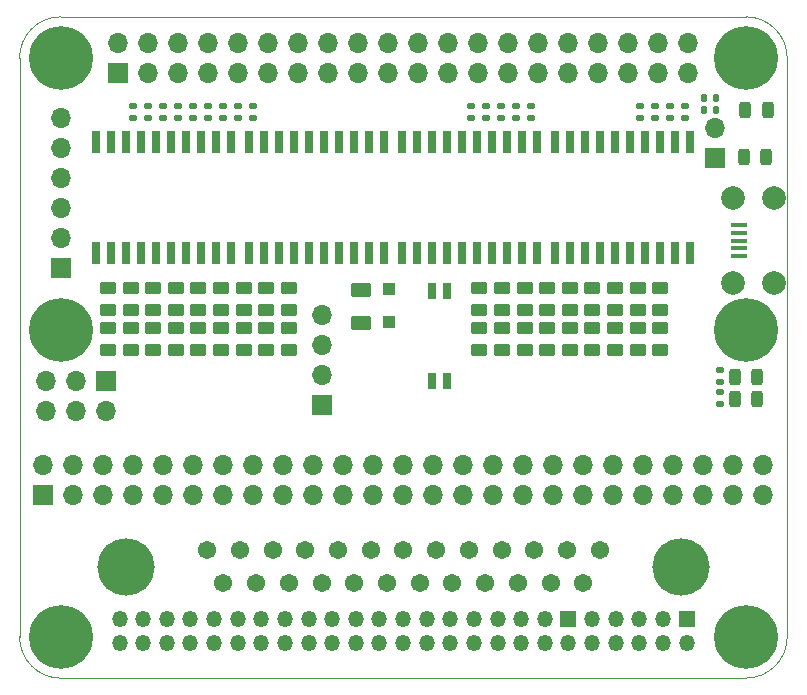
<source format=gts>
G04 #@! TF.GenerationSoftware,KiCad,Pcbnew,(6.0.0-0)*
G04 #@! TF.CreationDate,2022-04-03T23:47:37-05:00*
G04 #@! TF.ProjectId,rascsi_2p6,72617363-7369-45f3-9270-362e6b696361,rev?*
G04 #@! TF.SameCoordinates,Original*
G04 #@! TF.FileFunction,Soldermask,Top*
G04 #@! TF.FilePolarity,Negative*
%FSLAX46Y46*%
G04 Gerber Fmt 4.6, Leading zero omitted, Abs format (unit mm)*
G04 Created by KiCad (PCBNEW (6.0.0-0)) date 2022-04-03 23:47:37*
%MOMM*%
%LPD*%
G01*
G04 APERTURE LIST*
G04 Aperture macros list*
%AMRoundRect*
0 Rectangle with rounded corners*
0 $1 Rounding radius*
0 $2 $3 $4 $5 $6 $7 $8 $9 X,Y pos of 4 corners*
0 Add a 4 corners polygon primitive as box body*
4,1,4,$2,$3,$4,$5,$6,$7,$8,$9,$2,$3,0*
0 Add four circle primitives for the rounded corners*
1,1,$1+$1,$2,$3*
1,1,$1+$1,$4,$5*
1,1,$1+$1,$6,$7*
1,1,$1+$1,$8,$9*
0 Add four rect primitives between the rounded corners*
20,1,$1+$1,$2,$3,$4,$5,0*
20,1,$1+$1,$4,$5,$6,$7,0*
20,1,$1+$1,$6,$7,$8,$9,0*
20,1,$1+$1,$8,$9,$2,$3,0*%
G04 Aperture macros list end*
G04 #@! TA.AperFunction,Profile*
%ADD10C,0.050000*%
G04 #@! TD*
%ADD11R,1.700000X1.700000*%
%ADD12O,1.700000X1.700000*%
%ADD13RoundRect,0.250000X0.450000X-0.262500X0.450000X0.262500X-0.450000X0.262500X-0.450000X-0.262500X0*%
%ADD14RoundRect,0.250000X-0.450000X0.262500X-0.450000X-0.262500X0.450000X-0.262500X0.450000X0.262500X0*%
%ADD15RoundRect,0.243750X0.243750X0.456250X-0.243750X0.456250X-0.243750X-0.456250X0.243750X-0.456250X0*%
%ADD16C,0.800000*%
%ADD17C,5.400000*%
%ADD18RoundRect,0.250000X-0.625000X0.375000X-0.625000X-0.375000X0.625000X-0.375000X0.625000X0.375000X0*%
%ADD19R,0.650000X1.950000*%
%ADD20RoundRect,0.135000X-0.135000X-0.185000X0.135000X-0.185000X0.135000X0.185000X-0.135000X0.185000X0*%
%ADD21RoundRect,0.135000X-0.185000X0.135000X-0.185000X-0.135000X0.185000X-0.135000X0.185000X0.135000X0*%
%ADD22R,0.750000X1.425000*%
%ADD23R,1.100000X1.100000*%
%ADD24R,1.400000X0.400000*%
%ADD25C,2.000000*%
%ADD26R,1.350000X1.350000*%
%ADD27O,1.350000X1.350000*%
%ADD28C,1.545000*%
%ADD29C,4.845000*%
G04 APERTURE END LIST*
D10*
X178000000Y-42500000D02*
X236000000Y-42500000D01*
X178000000Y-98496000D02*
X236000000Y-98496000D01*
X236000000Y-98496000D02*
G75*
G03*
X239500000Y-94996000I1J3499999D01*
G01*
X174500000Y-46000000D02*
X174500000Y-94996000D01*
X239500000Y-46000000D02*
G75*
G03*
X236000000Y-42500000I-3499999J1D01*
G01*
X178000000Y-42500000D02*
G75*
G03*
X174500000Y-46000000I-1J-3499999D01*
G01*
X174500000Y-94996000D02*
G75*
G03*
X178000000Y-98496000I3499999J-1D01*
G01*
X239500000Y-46000000D02*
X239500000Y-94996000D01*
D11*
X200070000Y-75380000D03*
D12*
X200070000Y-72840000D03*
X200070000Y-70300000D03*
X200070000Y-67760000D03*
D13*
X197300000Y-68887500D03*
X197300000Y-70712500D03*
X195387500Y-68887500D03*
X195387500Y-70712500D03*
X193475000Y-68887500D03*
X193475000Y-70712500D03*
X191562500Y-70712500D03*
X191562500Y-68887500D03*
X189650000Y-68887500D03*
X189650000Y-70712500D03*
X187737500Y-68887500D03*
X187737500Y-70712500D03*
X185825000Y-68887500D03*
X185825000Y-70712500D03*
X183912500Y-68887500D03*
X183912500Y-70712500D03*
X182000000Y-68887500D03*
X182000000Y-70712500D03*
X221090000Y-68887500D03*
X221090000Y-70712500D03*
X219177500Y-68887500D03*
X219177500Y-70712500D03*
X217265000Y-68887500D03*
X217265000Y-70712500D03*
X215352500Y-68887500D03*
X215352500Y-70712500D03*
X213440000Y-70712500D03*
X213440000Y-68887500D03*
X228740000Y-70712500D03*
X228740000Y-68887500D03*
X226827500Y-70712500D03*
X226827500Y-68887500D03*
X224915000Y-70712500D03*
X224915000Y-68887500D03*
X223002500Y-70712500D03*
X223002500Y-68887500D03*
D14*
X197300000Y-65487500D03*
X197300000Y-67312500D03*
X195387500Y-65487500D03*
X195387500Y-67312500D03*
X193475000Y-65487500D03*
X193475000Y-67312500D03*
X191562500Y-65487500D03*
X191562500Y-67312500D03*
X189650000Y-65487500D03*
X189650000Y-67312500D03*
X187737500Y-65487500D03*
X187737500Y-67312500D03*
X185825000Y-65487500D03*
X185825000Y-67312500D03*
X183912500Y-65487500D03*
X183912500Y-67312500D03*
X182000000Y-67312500D03*
X182000000Y-65487500D03*
X221090000Y-67312500D03*
X221090000Y-65487500D03*
X219177500Y-67312500D03*
X219177500Y-65487500D03*
X217265000Y-67312500D03*
X217265000Y-65487500D03*
X215352500Y-67312500D03*
X215352500Y-65487500D03*
X213440000Y-65487500D03*
X213440000Y-67312500D03*
X228740000Y-65487500D03*
X228740000Y-67312500D03*
X226827500Y-67312500D03*
X226827500Y-65487500D03*
X224915000Y-67312500D03*
X224915000Y-65487500D03*
X223002500Y-67312500D03*
X223002500Y-65487500D03*
D11*
X178010000Y-63780000D03*
D12*
X178010000Y-61240000D03*
X178010000Y-58700000D03*
X178010000Y-56160000D03*
X178010000Y-53620000D03*
X178010000Y-51080000D03*
D15*
X236967000Y-74866500D03*
X235092000Y-74866500D03*
X237841000Y-50419000D03*
X235966000Y-50419000D03*
X237729000Y-54356000D03*
X235854000Y-54356000D03*
D16*
X180025000Y-46000000D03*
X176568109Y-47431891D03*
X178000000Y-43975000D03*
D17*
X178000000Y-46000000D03*
D16*
X178000000Y-48025000D03*
X179431891Y-47431891D03*
X175975000Y-46000000D03*
X179431891Y-44568109D03*
X176568109Y-44568109D03*
X178000000Y-71025000D03*
X175975000Y-69000000D03*
X179431891Y-70431891D03*
X176568109Y-67568109D03*
X179431891Y-67568109D03*
D17*
X178000000Y-69000000D03*
D16*
X180025000Y-69000000D03*
X176568109Y-70431891D03*
X178000000Y-66975000D03*
X179431891Y-93568109D03*
X178000000Y-97025000D03*
X176568109Y-93568109D03*
X175975000Y-95000000D03*
X179431891Y-96431891D03*
X178000000Y-92975000D03*
X176568109Y-96431891D03*
X180025000Y-95000000D03*
D17*
X178000000Y-95000000D03*
D16*
X236000000Y-71025000D03*
X234568109Y-70431891D03*
D17*
X236000000Y-69000000D03*
D16*
X238025000Y-69000000D03*
X236000000Y-66975000D03*
X237431891Y-70431891D03*
X237431891Y-67568109D03*
X233975000Y-69000000D03*
X234568109Y-67568109D03*
X236000000Y-92975000D03*
X238025000Y-95000000D03*
X234568109Y-96431891D03*
D17*
X236000000Y-95000000D03*
D16*
X236000000Y-97025000D03*
X234568109Y-93568109D03*
X237431891Y-93568109D03*
X237431891Y-96431891D03*
X233975000Y-95000000D03*
X238025000Y-46000000D03*
X237431891Y-47431891D03*
X236000000Y-43975000D03*
X234568109Y-47431891D03*
D17*
X236000000Y-46000000D03*
D16*
X234568109Y-44568109D03*
X236000000Y-48025000D03*
X237431891Y-44568109D03*
X233975000Y-46000000D03*
D18*
X203450000Y-68400000D03*
X203450000Y-65600000D03*
D19*
X193929000Y-62510000D03*
X195199000Y-62510000D03*
X196469000Y-62510000D03*
X197739000Y-62510000D03*
X199009000Y-62510000D03*
X200279000Y-62510000D03*
X201549000Y-62510000D03*
X202819000Y-62510000D03*
X204089000Y-62510000D03*
X205359000Y-62510000D03*
X205359000Y-53060000D03*
X204089000Y-53060000D03*
X202819000Y-53060000D03*
X201549000Y-53060000D03*
X200279000Y-53060000D03*
X199009000Y-53060000D03*
X197739000Y-53060000D03*
X196469000Y-53060000D03*
X195199000Y-53060000D03*
X193929000Y-53060000D03*
X218313000Y-53060000D03*
X217043000Y-53060000D03*
X215773000Y-53060000D03*
X214503000Y-53060000D03*
X213233000Y-53060000D03*
X211963000Y-53060000D03*
X210693000Y-53060000D03*
X209423000Y-53060000D03*
X208153000Y-53060000D03*
X206883000Y-53060000D03*
X206883000Y-62510000D03*
X208153000Y-62510000D03*
X209423000Y-62510000D03*
X210693000Y-62510000D03*
X211963000Y-62510000D03*
X213233000Y-62510000D03*
X214503000Y-62510000D03*
X215773000Y-62510000D03*
X217043000Y-62510000D03*
X218313000Y-62510000D03*
D20*
X232448500Y-49339500D03*
X233468500Y-49339500D03*
D21*
X233807000Y-74293000D03*
X233807000Y-75313000D03*
X227012500Y-50059000D03*
X227012500Y-51079000D03*
X228282500Y-50059000D03*
X228282500Y-51079000D03*
X229552500Y-50059000D03*
X229552500Y-51079000D03*
X212725000Y-50059000D03*
X212725000Y-51079000D03*
X215265000Y-50059000D03*
X215265000Y-51079000D03*
X216535000Y-50059000D03*
X216535000Y-51079000D03*
X217805000Y-50059000D03*
X217805000Y-51079000D03*
X185420000Y-50059000D03*
X185420000Y-51079000D03*
X186690000Y-50059000D03*
X186690000Y-51079000D03*
X190500000Y-50059000D03*
X190500000Y-51079000D03*
X191770000Y-50059000D03*
X191770000Y-51079000D03*
X193040000Y-50059000D03*
X193040000Y-51079000D03*
X194310000Y-50059000D03*
X194310000Y-51079000D03*
X189230000Y-50059000D03*
X189230000Y-51079000D03*
X184150000Y-50059000D03*
X184150000Y-51079000D03*
X187960000Y-50059000D03*
X187960000Y-51079000D03*
D19*
X231267000Y-53060000D03*
X229997000Y-53060000D03*
X228727000Y-53060000D03*
X227457000Y-53060000D03*
X226187000Y-53060000D03*
X224917000Y-53060000D03*
X223647000Y-53060000D03*
X222377000Y-53060000D03*
X221107000Y-53060000D03*
X219837000Y-53060000D03*
X219837000Y-62510000D03*
X221107000Y-62510000D03*
X222377000Y-62510000D03*
X223647000Y-62510000D03*
X224917000Y-62510000D03*
X226187000Y-62510000D03*
X227457000Y-62510000D03*
X228727000Y-62510000D03*
X229997000Y-62510000D03*
X231267000Y-62510000D03*
D21*
X233807000Y-72388000D03*
X233807000Y-73408000D03*
D22*
X210715000Y-65687500D03*
X209445000Y-65687500D03*
X209445000Y-73311500D03*
X210715000Y-73311500D03*
D23*
X205770000Y-65525000D03*
X205770000Y-68325000D03*
D19*
X180975000Y-62510000D03*
X182245000Y-62510000D03*
X183515000Y-62510000D03*
X184785000Y-62510000D03*
X186055000Y-62510000D03*
X187325000Y-62510000D03*
X188595000Y-62510000D03*
X189865000Y-62510000D03*
X191135000Y-62510000D03*
X192405000Y-62510000D03*
X192405000Y-53060000D03*
X191135000Y-53060000D03*
X189865000Y-53060000D03*
X188595000Y-53060000D03*
X187325000Y-53060000D03*
X186055000Y-53060000D03*
X184785000Y-53060000D03*
X183515000Y-53060000D03*
X182245000Y-53060000D03*
X180975000Y-53060000D03*
D15*
X236967000Y-72961500D03*
X235092000Y-72961500D03*
D20*
X232448500Y-50355500D03*
X233468500Y-50355500D03*
D24*
X235405000Y-62760000D03*
X235405000Y-62110000D03*
X235405000Y-61460000D03*
X235405000Y-60810000D03*
X235405000Y-60160000D03*
D25*
X238355000Y-65035000D03*
X238355000Y-57885000D03*
X234905000Y-57885000D03*
X234905000Y-65035000D03*
D11*
X176466500Y-82994500D03*
D12*
X176466500Y-80454500D03*
X179006500Y-82994500D03*
X179006500Y-80454500D03*
X181546500Y-82994500D03*
X181546500Y-80454500D03*
X184086500Y-82994500D03*
X184086500Y-80454500D03*
X186626500Y-82994500D03*
X186626500Y-80454500D03*
X189166500Y-82994500D03*
X189166500Y-80454500D03*
X191706500Y-82994500D03*
X191706500Y-80454500D03*
X194246500Y-82994500D03*
X194246500Y-80454500D03*
X196786500Y-82994500D03*
X196786500Y-80454500D03*
X199326500Y-82994500D03*
X199326500Y-80454500D03*
X201866500Y-82994500D03*
X201866500Y-80454500D03*
X204406500Y-82994500D03*
X204406500Y-80454500D03*
X206946500Y-82994500D03*
X206946500Y-80454500D03*
X209486500Y-82994500D03*
X209486500Y-80454500D03*
X212026500Y-82994500D03*
X212026500Y-80454500D03*
X214566500Y-82994500D03*
X214566500Y-80454500D03*
X217106500Y-82994500D03*
X217106500Y-80454500D03*
X219646500Y-82994500D03*
X219646500Y-80454500D03*
X222186500Y-82994500D03*
X222186500Y-80454500D03*
X224726500Y-82994500D03*
X224726500Y-80454500D03*
X227266500Y-82994500D03*
X227266500Y-80454500D03*
X229806500Y-82994500D03*
X229806500Y-80454500D03*
X232346500Y-82994500D03*
X232346500Y-80454500D03*
X234886500Y-82994500D03*
X234886500Y-80454500D03*
X237426500Y-82994500D03*
X237426500Y-80454500D03*
D26*
X230972000Y-93488000D03*
D27*
X230972000Y-95488000D03*
X228972000Y-93488000D03*
X228972000Y-95488000D03*
X226972000Y-93488000D03*
X226972000Y-95488000D03*
X224972000Y-93488000D03*
X224972000Y-95488000D03*
X222972000Y-93488000D03*
X222972000Y-95488000D03*
D26*
X220972000Y-93488000D03*
D27*
X220972000Y-95488000D03*
X218972000Y-93488000D03*
X218972000Y-95488000D03*
X216972000Y-93488000D03*
X216972000Y-95488000D03*
X214972000Y-93488000D03*
X214972000Y-95488000D03*
X212972000Y-93488000D03*
X212972000Y-95488000D03*
X210972000Y-93488000D03*
X210972000Y-95488000D03*
X208972000Y-93488000D03*
X208972000Y-95488000D03*
X206972000Y-93488000D03*
X206972000Y-95488000D03*
X204972000Y-93488000D03*
X204972000Y-95488000D03*
X202972000Y-93488000D03*
X202972000Y-95488000D03*
X200972000Y-93488000D03*
X200972000Y-95488000D03*
X198972000Y-93488000D03*
X198972000Y-95488000D03*
X196972000Y-93488000D03*
X196972000Y-95488000D03*
X194972000Y-93488000D03*
X194972000Y-95488000D03*
X192972000Y-93488000D03*
X192972000Y-95488000D03*
X190972000Y-93488000D03*
X190972000Y-95488000D03*
X188972000Y-93488000D03*
X188972000Y-95488000D03*
X186972000Y-93488000D03*
X186972000Y-95488000D03*
X184972000Y-93488000D03*
X184972000Y-95488000D03*
X182972000Y-93488000D03*
X182972000Y-95488000D03*
D21*
X230822500Y-50059000D03*
X230822500Y-51079000D03*
X213995000Y-50059000D03*
X213995000Y-51079000D03*
D11*
X181810000Y-73300000D03*
D12*
X181810000Y-75840000D03*
X179270000Y-73300000D03*
X179270000Y-75840000D03*
X176730000Y-73300000D03*
X176730000Y-75840000D03*
D11*
X182870000Y-47270000D03*
D12*
X182870000Y-44730000D03*
X185410000Y-47270000D03*
X185410000Y-44730000D03*
X187950000Y-47270000D03*
X187950000Y-44730000D03*
X190490000Y-47270000D03*
X190490000Y-44730000D03*
X193030000Y-47270000D03*
X193030000Y-44730000D03*
X195570000Y-47270000D03*
X195570000Y-44730000D03*
X198110000Y-47270000D03*
X198110000Y-44730000D03*
X200650000Y-47270000D03*
X200650000Y-44730000D03*
X203190000Y-47270000D03*
X203190000Y-44730000D03*
X205730000Y-47270000D03*
X205730000Y-44730000D03*
X208270000Y-47270000D03*
X208270000Y-44730000D03*
X210810000Y-47270000D03*
X210810000Y-44730000D03*
X213350000Y-47270000D03*
X213350000Y-44730000D03*
X215890000Y-47270000D03*
X215890000Y-44730000D03*
X218430000Y-47270000D03*
X218430000Y-44730000D03*
X220970000Y-47270000D03*
X220970000Y-44730000D03*
X223510000Y-47270000D03*
X223510000Y-44730000D03*
X226050000Y-47270000D03*
X226050000Y-44730000D03*
X228590000Y-47270000D03*
X228590000Y-44730000D03*
X231130000Y-47270000D03*
X231130000Y-44730000D03*
D28*
X223621600Y-87630000D03*
X220851600Y-87630000D03*
X218081600Y-87630000D03*
X215311600Y-87630000D03*
X212541600Y-87630000D03*
X209771600Y-87630000D03*
X207001600Y-87630000D03*
X204231600Y-87630000D03*
X201461600Y-87630000D03*
X198691600Y-87630000D03*
X195921600Y-87630000D03*
X193151600Y-87630000D03*
X190381600Y-87630000D03*
X222236600Y-90470000D03*
X219466600Y-90470000D03*
X216696600Y-90470000D03*
X213926600Y-90470000D03*
X211156600Y-90470000D03*
X208386600Y-90470000D03*
X205616600Y-90470000D03*
X202846600Y-90470000D03*
X200076600Y-90470000D03*
X197306600Y-90470000D03*
X194536600Y-90470000D03*
X191766600Y-90470000D03*
D29*
X230521600Y-89050000D03*
X183481600Y-89050000D03*
D11*
X233426000Y-54483000D03*
D12*
X233426000Y-51943000D03*
M02*

</source>
